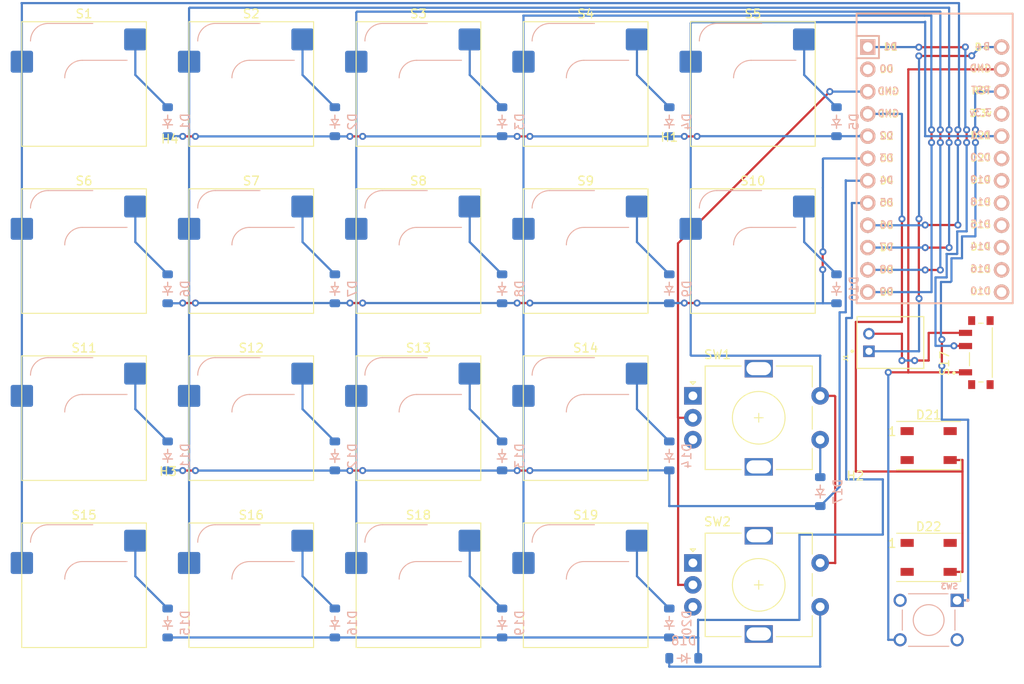
<source format=kicad_pcb>
(kicad_pcb (version 20221018) (generator pcbnew)
  (layers (0 "F.Cu" signal) (31 "B.Cu" signal) (34 "B.Paste" user) (35 "F.Paste" user) (36 "B.SilkS" user "B.Silkscreen") (37 "F.SilkS" user "F.Silkscreen") (38 "B.Mask" user) (39 "F.Mask" user) (44 "Edge.Cuts" user))
  (net 0 "")
  (net 1 "Row 0")
  (net 2 "Net-(D1-A)")
  (net 3 "Net-(D2-A)")
  (net 4 "Net-(D3-A)")
  (net 5 "Net-(D4-A)")
  (net 6 "Net-(D5-A)")
  (net 7 "Row 1")
  (net 8 "Net-(D6-A)")
  (net 9 "Net-(D7-A)")
  (net 10 "Net-(D8-A)")
  (net 11 "Net-(D9-A)")
  (net 12 "Net-(D10-A)")
  (net 13 "Row 2")
  (net 14 "Net-(D11-A)")
  (net 15 "Net-(D12-A)")
  (net 16 "Net-(D13-A)")
  (net 17 "Net-(D14-A)")
  (net 18 "Row 3")
  (net 19 "Net-(D15-A)")
  (net 20 "Net-(D16-A)")
  (net 21 "Net-(D17-A)")
  (net 22 "Net-(D18-A)")
  (net 23 "Net-(D19-A)")
  (net 24 "Net-(D20-A)")
  (net 25 "Net-(J1-Pad2)")
  (net 26 "Positive")
  (net 27 "Column 0")
  (net 28 "Column 1")
  (net 29 "Column 2")
  (net 30 "Column 3")
  (net 31 "Ground 1")
  (net 32 "Negative")
  (net 33 "Pin 2")
  (net 34 "Pin 1")
  (net 35 "Ground 2")
  (net 36 "Pin 4")
  (net 37 "Pin 3")
  (net 39 "Column 4")
  (net 41 "VCC")
  (net 42 "ExtraInformation")
  (net 43 "Ground 3")
  (net 44 "LED 1")
  (net 45 "LED 2")
  (net 46 "Reset")
  (footprint "ScottoKeebs_Hotswap:Hotswap_MX_1.00u" (layer "F.Cu") (at 68.82 46.37)
    (fp_text reference "S1")
    (fp_text value "Keyswitch")
  )
  (footprint "ScottoKeebs_Hotswap:Hotswap_MX_1.00u" (layer "F.Cu") (at 87.87 84.47)
    (fp_text reference "S12")
    (fp_text value "Keyswitch")
  )
  (footprint "ScottoKeebs_Components:LED_WS2812B" (layer "F.Cu") (at 165.045 100.345)
    (fp_text reference "D22")
    (fp_text value "LED_WS2812B")
  )
  (footprint "ScottoKeebs_Hotswap:Hotswap_MX_1.00u" (layer "F.Cu") (at 87.87 46.37)
    (fp_text reference "S2")
    (fp_text value "Keyswitch")
  )
  (footprint "ScottoKeebs_MCU:Nice_Nano_V2" (layer "F.Cu") (at 165.73 56.13)
    (fp_text reference "U1" hide)
    (fp_text value "Nice_Nano_V2" hide)
  )
  (footprint "ScottoKeebs_Hotswap:Hotswap_MX_1.00u" (layer "F.Cu") (at 145.02 46.37)
    (fp_text reference "S5")
    (fp_text value "Keyswitch")
  )
  (footprint "ScottoKeebs_Hotswap:Hotswap_MX_1.00u" (layer "F.Cu") (at 68.82 65.42)
    (fp_text reference "S6")
    (fp_text value "Keyswitch")
  )
  (footprint "ScottoKeebs_Components:LED_WS2812B" (layer "F.Cu") (at 165.045 87.595)
    (fp_text reference "D21")
    (fp_text value "LED_WS2812B")
  )
  (footprint "Rotary_Encoder:RotaryEncoder_Alps_EC11E-Switch_Vertical_H20mm" (layer "F.Cu") (at 138.185625 81.92625)
    (fp_text reference "SW1")
    (fp_text value "RotaryEncoder_Switch")
  )
  (footprint "ScottoKeebs_Hotswap:Hotswap_MX_1.00u" (layer "F.Cu") (at 106.92 103.52)
    (fp_text reference "S18")
    (fp_text value "Keyswitch")
  )
  (footprint "ScottoKeebs_Hotswap:Hotswap_MX_1.00u" (layer "F.Cu") (at 68.82 84.47)
    (fp_text reference "S11")
    (fp_text value "Keyswitch")
  )
  (footprint "ScottoKeebs_Hotswap:Hotswap_MX_1.00u" (layer "F.Cu") (at 87.87 65.42)
    (fp_text reference "S7")
    (fp_text value "Keyswitch")
  )
  (footprint "ScottoKeebs_Hotswap:Hotswap_MX_1.00u" (layer "F.Cu") (at 68.82 103.52)
    (fp_text reference "S15")
    (fp_text value "Keyswitch")
  )
  (footprint "ScottoKeebs_Hotswap:Hotswap_MX_1.00u" (layer "F.Cu") (at 87.87 103.52)
    (fp_text reference "S16")
    (fp_text value "Keyswitch")
  )
  (footprint "MountingHole:MountingHole_2.5mm" (layer "F.Cu") (at 78.395 94.045)
    (fp_text reference "H3")
    (fp_text value "Mounting_Hole")
  )
  (footprint "ScottoKeebs_Hotswap:Hotswap_MX_1.00u" (layer "F.Cu") (at 145.02 65.42)
    (fp_text reference "S10")
    (fp_text value "Keyswitch")
  )
  (footprint "ScottoKeebs_Hotswap:Hotswap_MX_1.00u" (layer "F.Cu") (at 106.92 46.37)
    (fp_text reference "S3")
    (fp_text value "Keyswitch")
  )
  (footprint "ScottoKeebs_Hotswap:Hotswap_MX_1.00u" (layer "F.Cu") (at 106.92 65.42)
    (fp_text reference "S8")
    (fp_text value "Keyswitch")
  )
  (footprint "Rotary_Encoder:RotaryEncoder_Alps_EC11E-Switch_Vertical_H20mm" (layer "F.Cu") (at 138.185625 100.97625)
    (fp_text reference "SW2")
    (fp_text value "RotaryEncoder_Switch")
  )
  (footprint "ScottoKeebs_Hotswap:Hotswap_MX_1.00u" (layer "F.Cu") (at 125.97 84.47)
    (fp_text reference "S14")
    (fp_text value "Keyswitch")
  )
  (footprint "ScottoKeebs_Hotswap:Hotswap_MX_1.00u" (layer "F.Cu") (at 106.92 84.47)
    (fp_text reference "S13")
    (fp_text value "Keyswitch")
  )
  (footprint "MountingHole:MountingHole_2.5mm" (layer "F.Cu") (at 135.495 55.945)
    (fp_text reference "H1")
    (fp_text value "Mounting_Hole")
  )
  (footprint "MountingHole:MountingHole_2.5mm" (layer "F.Cu") (at 156.695 94.545)
    (fp_text reference "H2")
    (fp_text value "Mounting_Hole")
  )
  (footprint "ScottoKeebs_Hotswap:Hotswap_MX_1.00u" (layer "F.Cu") (at 125.97 65.42)
    (fp_text reference "S9")
    (fp_text value "Keyswitch")
  )
  (footprint "S2B-PH-K-S_LF__SN_:JST_S2B-PH-K-S_LF__SN_" (layer "F.Cu") (at 158.23875 75.845 90)
    (fp_text reference "J1")
    (fp_text value "S2B-PH-K-S_LF__SN_")
  )
  (footprint "ScottoKeebs_Hotswap:Hotswap_MX_1.00u" (layer "F.Cu") (at 125.97 46.37)
    (fp_text reference "S4")
    (fp_text value "Keyswitch")
  )
  (footprint "EG1215AA:SW_EG1215AA" (layer "F.Cu") (at 170.995 76.995 90)
    (fp_text reference "S17")
    (fp_text value "EG1215AA")
  )
  (footprint "ScottoKeebs_Hotswap:Hotswap_MX_1.00u" (layer "F.Cu") (at 125.97 103.52)
    (fp_text reference "S19")
    (fp_text value "Keyswitch")
  )
  (footprint "MountingHole:MountingHole_2.5mm" (layer "F.Cu") (at 78.595 56.145)
    (fp_text reference "H4")
    (fp_text value "Mounting_Hole")
  )
  (footprint "ScottoKeebs_Components:Diode_SOD-123" (layer "B.Cu") (at 78.345 50.673125 90)
    (fp_text reference "D1")
    (fp_text value "Diode")
  )
  (footprint "ScottoKeebs_Components:Diode_SOD-123" (layer "B.Cu") (at 116.445 50.673125 90)
    (fp_text reference "D3")
    (fp_text value "Diode")
  )
  (footprint "ScottoKeebs_Components:Diode_SOD-123" (layer "B.Cu") (at 135.495 50.673125 90)
    (fp_text reference "D4")
    (fp_text value "Diode")
  )
  (footprint "ScottoKeebs_Components:Diode_SOD-123" (layer "B.Cu") (at 152.695 92.845 90)
    (fp_text reference "D17")
    (fp_text value "Diode")
  )
  (footprint "ScottoKeebs_Components:Diode_SOD-123" (layer "B.Cu") (at 154.545 50.673125 90)
    (fp_text reference "D5")
    (fp_text value "Diode")
  )
  (footprint "1825910-6:SW_1825910-6-4" (layer "B.Cu") (at 165.045 107.48875 180)
    (fp_text reference "SW3")
    (fp_text value "1825910-6")
  )
  (footprint "ScottoKeebs_Components:Diode_SOD-123" (layer "B.Cu") (at 97.395 88.773125 90)
    (fp_text reference "D12")
    (fp_text value "Diode")
  )
  (footprint "ScottoKeebs_Components:Diode_SOD-123" (layer "B.Cu") (at 116.445 69.723125 90)
    (fp_text reference "D8")
    (fp_text value "Diode")
  )
  (footprint "ScottoKeebs_Components:Diode_SOD-123" (layer "B.Cu") (at 78.345 88.773125 90)
    (fp_text reference "D11")
    (fp_text value "Diode")
  )
  (footprint "ScottoKeebs_Components:Diode_SOD-123" (layer "B.Cu") (at 135.495 88.773125 90)
    (fp_text reference "D14")
    (fp_text value "Diode")
  )
  (footprint "ScottoKeebs_Components:Diode_SOD-123" (layer "B.Cu") (at 97.395 50.673125 90)
    (fp_text reference "D2")
    (fp_text value "Diode")
  )
  (footprint "ScottoKeebs_Components:Diode_SOD-123" (layer "B.Cu") (at 135.495 107.823125 90)
    (fp_text reference "D20")
    (fp_text value "Diode")
  )
  (footprint "ScottoKeebs_Components:Diode_SOD-123" (layer "B.Cu") (at 116.445 107.823125 90)
    (fp_text reference "D19")
    (fp_text value "Diode")
  )
  (footprint "ScottoKeebs_Components:Diode_SOD-123" (layer "B.Cu") (at 137.145 111.845 180)
    (fp_text reference "D18")
    (fp_text value "Diode")
  )
  (footprint "ScottoKeebs_Components:Diode_SOD-123" (layer "B.Cu") (at 135.495 69.723125 90)
    (fp_text reference "D9")
    (fp_text value "Diode")
  )
  (footprint "ScottoKeebs_Components:Diode_SOD-123" (layer "B.Cu") (at 78.345 107.823125 90)
    (fp_text reference "D15")
    (fp_text value "Diode")
  )
  (footprint "ScottoKeebs_Components:Diode_SOD-123" (layer "B.Cu") (at 78.345 69.723125 90)
    (fp_text reference "D6")
    (fp_text value "Diode")
  )
  (footprint "ScottoKeebs_Components:Diode_SOD-123" (layer "B.Cu") (at 116.445 88.773125 90)
    (fp_text reference "D13")
    (fp_text value "Diode")
  )
  (footprint "ScottoKeebs_Components:Diode_SOD-123" (layer "B.Cu") (at 97.395 69.723125 90)
    (fp_text reference "D7")
    (fp_text value "Diode")
  )
  (footprint "ScottoKeebs_Components:Diode_SOD-123" (layer "B.Cu") (at 154.545 69.723125 90)
    (fp_text reference "D10")
    (fp_text value "Diode")
  )
  (footprint "ScottoKeebs_Components:Diode_SOD-123" (layer "B.Cu") (at 97.395 107.823125 90)
    (fp_text reference "D16")
    (fp_text value "Diode")
  )
  (segment (start 118.1605 52.345) (end 119.6095 52.345) (width 0.25) (layer "F.Cu") (net 1))
  (segment (start 99.1105 52.345) (end 100.5595 52.345) (width 0.25) (layer "F.Cu") (net 1))
  (segment (start 137.2105 52.345) (end 138.6595 52.345) (width 0.25) (layer "F.Cu") (net 1))
  (segment (start 80.0605 52.345) (end 81.5095 52.345) (width 0.25) (layer "F.Cu") (net 1))
  (via (at 81.5095 52.345) (size 0.8) (drill 0.4) (layers "F.Cu" "B.Cu") (net 1))
  (via (at 118.1605 52.345) (size 0.8) (drill 0.4) (layers "F.Cu" "B.Cu") (net 1))
  (via (at 99.1105 52.345) (size 0.8) (drill 0.4) (layers "F.Cu" "B.Cu") (net 1))
  (via (at 100.5595 52.345) (size 0.8) (drill 0.4) (layers "F.Cu" "B.Cu") (net 1))
  (via (at 119.6095 52.345) (size 0.8) (drill 0.4) (layers "F.Cu" "B.Cu") (net 1))
  (via (at 138.6595 52.345) (size 0.8) (drill 0.4) (layers "F.Cu" "B.Cu") (net 1))
  (via (at 137.2105 52.345) (size 0.8) (drill 0.4) (layers "F.Cu" "B.Cu") (net 1))
  (via (at 80.0605 52.345) (size 0.8) (drill 0.4) (layers "F.Cu" "B.Cu") (net 1))
  (segment (start 78.345 52.323125) (end 80.038625 52.323125) (width 0.25) (layer "B.Cu") (net 1))
  (segment (start 100.5595 52.345) (end 118.1605 52.345) (width 0.25) (layer "B.Cu") (net 1))
  (segment (start 154.545 52.323125) (end 158.106875 52.323125) (width 0.25) (layer "B.Cu") (net 1))
  (segment (start 81.5095 52.345) (end 99.1105 52.345) (width 0.25) (layer "B.Cu") (net 1))
  (segment (start 138.6595 52.345) (end 138.681375 52.323125) (width 0.25) (layer "B.Cu") (net 1))
  (segment (start 157.1775 52.323125) (end 157.415625 52.085) (width 0.25) (layer "B.Cu") (net 1))
  (segment (start 80.038625 52.323125) (end 80.0605 52.345) (width 0.25) (layer "B.Cu") (net 1))
  (segment (start 158.106875 52.323125) (end 158.11 52.32) (width 0.25) (layer "B.Cu") (net 1))
  (segment (start 138.681375 52.323125) (end 154.545 52.323125) (width 0.25) (layer "B.Cu") (net 1))
  (segment (start 119.6095 52.345) (end 137.2105 52.345) (width 0.25) (layer "B.Cu") (net 1))
  (segment (start 74.662 45.340125) (end 78.345 49.023125) (width 0.25) (layer "B.Cu") (net 2))
  (segment (start 74.662 41.29) (end 74.662 45.340125) (width 0.25) (layer "B.Cu") (net 2))
  (segment (start 93.712 41.29) (end 93.712 45.340125) (width 0.25) (layer "B.Cu") (net 3))
  (segment (start 93.712 45.340125) (end 97.395 49.023125) (width 0.25) (layer "B.Cu") (net 3))
  (segment (start 112.762 41.29) (end 112.762 45.340125) (width 0.25) (layer "B.Cu") (net 4))
  (segment (start 112.762 45.340125) (end 116.445 49.023125) (width 0.25) (layer "B.Cu") (net 4))
  (segment (start 131.812 45.340125) (end 135.495 49.023125) (width 0.25) (layer "B.Cu") (net 5))
  (segment (start 131.812 41.29) (end 131.812 45.340125) (width 0.25) (layer "B.Cu") (net 5))
  (segment (start 150.862 45.340125) (end 154.545 49.023125) (width 0.25) (layer "B.Cu") (net 6))
  (segment (start 150.862 41.29) (end 150.862 45.340125) (width 0.25) (layer "B.Cu") (net 6))
  (segment (start 152.973638 65.526361) (end 152.998236 65.501763) (width 0.25) (layer "F.Cu") (net 7))
  (segment (start 118.1605 71.345) (end 119.6095 71.345) (width 0.25) (layer "F.Cu") (net 7))
  (segment (start 99.1105 71.345) (end 100.5595 71.345) (width 0.25) (layer "F.Cu") (net 7))
  (segment (start 152.973638 67.526362) (end 152.973638 65.526361) (width 0.25) (layer "F.Cu") (net 7))
  (segment (start 80.0605 71.345) (end 81.5095 71.345) (width 0.25) (layer "F.Cu") (net 7))
  (segment (start 137.2105 71.345) (end 138.6595 71.345) (width 0.25) (layer "F.Cu") (net 7))
  (via (at 99.1105 71.345) (size 0.8) (drill 0.4) (layers "F.Cu" "B.Cu") (net 7))
  (via (at 152.998236 65.501763) (size 0.8) (drill 0.4) (layers "F.Cu" "B.Cu") (net 7))
  (via (at 81.5095 71.345) (size 0.8) (drill 0.4) (layers "F.Cu" "B.Cu") (net 7))
  (via (at 138.6595 71.345) (size 0.8) (drill 0.4) (layers "F.Cu" "B.Cu") (net 7))
  (via (at 80.0605 71.345) (size 0.8) (drill 0.4) (layers "F.Cu" "B.Cu") (net 7))
  (via (at 137.2105 71.345) (size 0.8) (drill 0.4) (layers "F.Cu" "B.Cu") (net 7))
  (via (at 152.973638 67.526362) (size 0.8) (drill 0.4) (layers "F.Cu" "B.Cu") (net 7))
  (via (at 119.6095 71.345) (size 0.8) (drill 0.4) (layers "F.Cu" "B.Cu") (net 7))
  (via (at 118.1605 71.345) (size 0.8) (drill 0.4) (layers "F.Cu" "B.Cu") (net 7))
  (via (at 100.5595 71.345) (size 0.8) (drill 0.4) (layers "F.Cu" "B.Cu") (net 7))
  (segment (start 153 71.373125) (end 154.545 71.373125) (width 0.25) (layer "B.Cu") (net 7))
  (segment (start 100.5595 71.345) (end 118.1605 71.345) (width 0.25) (layer "B.Cu") (net 7))
  (segment (start 153 67.552724) (end 152.973638 67.526362) (width 0.25) (layer "B.Cu") (net 7))
  (segment (start 153 71.373125) (end 153 67.552724) (width 0.25) (layer "B.Cu") (net 7))
  (segment (start 78.345 71.373125) (end 80.032375 71.373125) (width 0.25) (layer "B.Cu") (net 7))
  (segment (start 152.998236 58.201284) (end 153 58.19952) (width 0.25) (layer "B.Cu") (net 7))
  (segment (start 138.687625 71.373125) (end 153 71.373125) (width 0.25) (layer "B.Cu") (net 7))
  (segment (start 81.5095 71.345) (end 99.1105 71.345) (width 0.25) (layer "B.Cu") (net 7))
  (segment (start 152.998236 65.501763) (end 152.998236 58.201284) (width 0.25) (layer "B.Cu") (net 7))
  (segment (start 153 54.92) (end 153.06 54.86) (width 0.25) (layer "B.Cu") (net 7))
  (segment (start 138.6595 71.345) (end 138.687625 71.373125) (width 0.25) (layer "B.Cu") (net 7))
  (segment (start 153 58.19952) (end 153 54.92) (width 0.25) (layer "B.Cu") (net 7))
  (segment (start 80.032375 71.373125) (end 80.0605 71.345) (width 0.25) (layer "B.Cu") (net 7))
  (segment (start 119.6095 71.345) (end 137.2105 71.345) (width 0.25) (layer "B.Cu") (net 7))
  (segment (start 153.06 54.86) (end 158.11 54.86) (width 0.25) (layer "B.Cu") (net 7))
  (segment (start 74.662 64.390125) (end 78.345 68.073125) (width 0.25) (layer "B.Cu") (net 8))
  (segment (start 74.662 60.34) (end 74.662 64.390125) (width 0.25) (layer "B.Cu") (net 8))
  (segment (start 93.712 60.34) (end 93.712 64.390125) (width 0.25) (layer "B.Cu") (net 9))
  (segment (start 93.712 64.390125) (end 97.395 68.073125) (width 0.25) (layer "B.Cu") (net 9))
  (segment (start 112.762 64.390125) (end 116.445 68.073125) (width 0.25) (layer "B.Cu") (net 10))
  (segment (start 112.762 60.34) (end 112.762 64.390125) (width 0.25) (layer "B.Cu") (net 10))
  (segment (start 131.812 60.34) (end 131.812 64.390125) (width 0.25) (layer "B.Cu") (net 11))
  (segment (start 131.812 64.390125) (end 135.495 68.073125) (width 0.25) (layer "B.Cu") (net 11))
  (segment (start 150.862 60.34) (end 150.862 64.390125) (width 0.25) (layer "B.Cu") (net 12))
  (segment (start 150.862 64.390125) (end 154.545 68.073125) (width 0.25) (layer "B.Cu") (net 12))
  (segment (start 118.1605 90.445) (end 119.6095 90.445) (width 0.25) (layer "F.Cu") (net 13))
  (segment (start 80.0605 90.445) (end 81.5095 90.445) (width 0.25) (layer "F.Cu") (net 13))
  (segment (start 99.1105 90.445) (end 100.5595 90.445) (width 0.25) (layer "F.Cu") (net 13))
  (via (at 100.5595 90.445) (size 0.8) (drill 0.4) (layers "F.Cu" "B.Cu") (net 13))
  (via (at 118.1605 90.445) (size 0.8) (drill 0.4) (layers "F.Cu" "B.Cu") (net 13))
  (via (at 99.1105 90.445) (size 0.8) (drill 0.4) (layers "F.Cu" "B.Cu") (net 13))
  (via (at 119.6095 90.445) (size 0.8) (drill 0.4) (layers "F.Cu" "B.Cu") (net 13))
  (via (at 81.5095 90.445) (size 0.8) (drill 0.4) (layers "F.Cu" "B.Cu") (net 13))
  (via (at 80.0605 90.445) (size 0.8) (drill 0.4) (layers "F.Cu" "B.Cu") (net 13))
  (segment (start 119.631375 90.423125) (end 135.495 90.423125) (width 0.25) (layer "B.Cu") (net 13))
  (segment (start 152.695 94.495) (end 154.89 92.3) (width 0.25) (layer "B.Cu") (net 13))
  (segment (start 154.89 92.3) (end 154.9 92.3) (width 0.25) (layer "B.Cu") (net 13))
  (segment (start 155.6 57.35) (end 155.65 57.4) (width 0.25) (layer "B.Cu") (net 13))
  (segment (start 155.6 72.4) (end 155.6 57.35) (width 0.25) (layer "B.Cu") (net 13))
  (segment (start 135.505 94.495) (end 135.5 94.5) (width 0.25) (layer "B.Cu") (net 13))
  (segment (start 78.345 90.423125) (end 80.038625 90.423125) (width 0.25) (layer "B.Cu") (net 13))
  (segment (start 154.9 92.3) (end 154.9 72.4) (width 0.25) (layer "B.Cu") (net 13))
  (segment (start 155.65 57.4) (end 158.11 57.4) (width 0.25) (layer "B.Cu") (net 13))
  (segment (start 152.695 94.495) (end 135.505 94.495) (width 0.25) (layer "B.Cu") (net 13))
  (segment (start 80.038625 90.423125) (end 80.0605 90.445) (width 0.25) (layer "B.Cu") (net 13))
  (segment (start 81.5095 90.445) (end 99.1105 90.445) (width 0.25) (layer "B.Cu") (net 13))
  (segment (start 135.5 94.5) (end 135.495 94.495) (width 0.25) (layer "B.Cu") (net 13))
  (segment (start 135.495 94.495) (end 135.495 90.423125) (width 0.25) (layer "B.Cu") (net 13))
  (segment (start 100.5595 90.445) (end 118.1605 90.445) (width 0.25) (layer "B.Cu") (net 13))
  (segment (start 154.9 72.4) (end 155.6 72.4) (width 0.25) (layer "B.Cu") (net 13))
  (segment (start 119.6095 90.445) (end 119.631375 90.423125) (width 0.25) (layer "B.Cu") (net 13))
  (segment (start 74.662 83.440125) (end 78.345 87.123125) (width 0.25) (layer "B.Cu") (net 14))
  (segment (start 74.662 79.39) (end 74.662 83.440125) (width 0.25) (layer "B.Cu") (net 14))
  (segment (start 93.712 83.440125) (end 97.395 87.123125) (width 0.25) (layer "B.Cu") (net 15))
  (segment (start 93.712 79.39) (end 93.712 83.440125) (width 0.25) (layer "B.Cu") (net 15))
  (segment (start 112.762 79.39) (end 112.762 83.440125) (width 0.25) (layer "B.Cu") (net 16))
  (segment (start 112.762 83.440125) (end 116.445 87.123125) (width 0.25) (layer "B.Cu") (net 16))
  (segment (start 131.812 83.440125) (end 135.495 87.123125) (width 0.25) (layer "B.Cu") (net 17))
  (segment (start 131.812 79.39) (end 131.812 83.440125) (width 0.25) (layer "B.Cu") (net 17))
  (segment (start 150.325 97.75) (end 150.325 107.45) (width 0.25) (layer "B.Cu") (net 18))
  (segment (start 135.495 109.473125) (end 138.773125 109.473125) (width 0.25) (layer "B.Cu") (net 18))
  (segment (start 138.775 109.47125) (end 138.773125 109.473125) (width 0.25) (layer "B.Cu") (net 18))
  (segment (start 138.773125 109.473125) (end 138.8 109.5) (width 0.25) (layer "B.Cu") (net 18))
  (segment (start 138.8 109.5) (end 138.795 109.505) (width 0.25) (layer "B.Cu") (net 18))
  (segment (start 150.3 107.475) (end 138.8 107.475) (width 0.25) (layer "B.Cu") (net 18))
  (segment (start 155.65 73.05) (end 155.65 91.45) (width 0.25) (layer "B.Cu") (net 18))
  (segment (start 156.31 59.94) (end 156.3 59.95) (width 0.25) (layer "B.Cu") (net 18))
  (segment (start 78.345 109.473125) (end 135.495 109.473125) (width 0.25) (layer "B.Cu") (net 18))
  (segment (start 159.825 97.75) (end 150.325 97.75) (width 0.25) (layer "B.Cu") (net 18))
  (segment (start 158.11 59.94) (end 156.31 59.94) (width 0.25) (layer "B.Cu") (net 18))
  (segment (start 138.8 107.475) (end 138.775 107.45) (width 0.25) (layer "B.Cu") (net 18))
  (segment (start 156.3 59.95) (end 156.3 73.05) (width 0.25) (layer "B.Cu") (net 18))
  (segment (start 159.825 91.45) (end 159.825 97.75) (width 0.25) (layer "B.Cu") (net 18))
  (segment (start 156.3 73.05) (end 155.65 73.05) (width 0.25) (layer "B.Cu") (net 18))
  (segment (start 150.325 107.45) (end 150.3 107.475) (width 0.25) (layer "B.Cu") (net 18))
  (segment (start 155.65 91.45) (end 159.825 91.45) (width 0.25) (layer "B.Cu") (net 18))
  (segment (start 138.795 109.505) (end 138.795 111.845) (width 0.25) (layer "B.Cu") (net 18))
  (segment (start 138.775 107.45) (end 138.775 109.47125) (width 0.25) (layer "B.Cu") (net 18))
  (segment (start 74.662 98.44) (end 74.662 102.490125) (width 0.25) (layer "B.Cu") (net 19))
  (segment (start 74.662 102.490125) (end 78.345 106.173125) (width 0.25) (layer "B.Cu") (net 19))
  (segment (start 93.712 102.490125) (end 97.395 106.173125) (width 0.25) (layer "B.Cu") (net 20))
  (segment (start 93.712 98.44) (end 93.712 102.490125) (width 0.25) (layer "B.Cu") (net 20))
  (segment (start 152.695 86.935625) (end 152.685625 86.92625) (width 0.25) (layer "B.Cu") (net 21))
  (segment (start 152.695 91.195) (end 152.695 86.935625) (width 0.25) (layer "B.Cu") (net 21))
  (segment (start 135.5 112.8) (end 152.7 112.8) (width 0.25) (layer "B.Cu") (net 22))
  (segment (start 152.685625 112.785625) (end 152.685625 105.97625) (width 0.25) (layer "B.Cu") (net 22))
  (segment (start 152.7 112.8) (end 152.685625 112.785625) (width 0.25) (layer "B.Cu") (net 22))
  (segment (start 135.495 112.795) (end 135.5 112.8) (width 0.25) (layer "B.Cu") (net 22))
  (segment (start 135.495 111.845) (end 135.495 112.795) (width 0.25) (layer "B.Cu") (net 22))
  (segment (start 112.762 98.44) (end 112.762 102.490125) (width 0.25) (layer "B.Cu") (net 23))
  (segment (start 112.762 102.490125) (end 116.445 106.173125) (width 0.25) (layer "B.Cu") (net 23))
  (segment (start 131.812 102.490125) (end 135.495 106.173125) (width 0.25) (layer "B.Cu") (net 24))
  (segment (start 131.812 98.44) (end 131.812 102.490125) (width 0.25) (layer "B.Cu") (net 24))
  (segment (start 162.0005 77.9) (end 162.0005 74.8505) (width 0.25) (layer "F.Cu") (net 25))
  (segment (start 161.995 74.845) (end 158.23875 74.845) (width 0.25) (layer "F.Cu") (net 25))
  (segment (start 169.245 74.745) (end 165.055 74.745) (width 0.25) (layer "F.Cu") (net 25))
  (segment (start 162.0005 74.8505) (end 161.995 74.845) (width 0.25) (layer "F.Cu") (net 25))
  (segment (start 165.055 74.745) (end 165.05 74.75) (width 0.25) (layer "F.Cu") (net 25))
  (segment (start 165.05 77.9) (end 163.4495 77.9) (width 0.25) (layer "F.Cu") (net 25))
  (segment (start 165.05 74.75) (end 165.05 77.9) (width 0.25) (layer "F.Cu") (net 25))
  (via (at 162.0005 77.9) (size 0.8) (drill 0.4) (layers "F.Cu" "B.Cu") (net 25))
  (via (at 163.4495 77.9) (size 0.8) (drill 0.4) (layers "F.Cu" "B.Cu") (net 25))
  (segment (start 163.4495 77.9) (end 162.0005 77.9) (width 0.25) (layer "B.Cu") (net 25))
  (segment (start 163.943936 62.131259) (end 163.9255 62.149695) (width 0.25) (layer "F.Cu") (net 26))
  (segment (start 163.9255 70.8) (end 163.95 70.8245) (width 0.25) (layer "F.Cu") (net 26))
  (segment (start 163.9255 62.149695) (end 163.9255 70.8) (width 0.25) (layer "F.Cu") (net 26))
  (segment (start 169.949 43.15) (end 169.924 43.175) (width 0.25) (layer "F.Cu") (net 26))
  (segment (start 163.943936 61.743054) (end 163.943936 62.131259) (width 0.25) (layer "F.Cu") (net 26))
  (segment (start 169.924 43.175) (end 163.925997 43.175) (width 0.25) (layer "F.Cu") (net 26))
  (segment (start 163.925997 43.175) (end 163.9255 43.174503) (width 0.25) (layer "F.Cu") (net 26))
  (via (at 163.95 70.8245) (size 0.8) (drill 0.4) (layers "F.Cu" "B.Cu") (net 26))
  (via (at 169.949 43.15) (size 0.8) (drill 0.4) (layers "F.Cu" "B.Cu") (net 26))
  (via (at 163.943936 61.743054) (size 0.8) (drill 0.4) (layers "F.Cu" "B.Cu") (net 26))
  (via (at 163.9255 43.174503) (size 0.8) (drill 0.4) (layers "F.Cu" "B.Cu") (net 26))
  (segment (start 163.95 76.85) (end 163.945 76.845) (width 0.25) (layer "B.Cu") (net 26))
  (segment (start 163.945 76.845) (end 158.23875 76.845) (width 0.25) (layer "B.Cu") (net 26))
  (segment (start 169.949 43.15) (end 170.939 42.16) (width 0.25) (layer "B.Cu") (net 26))
  (segment (start 170.939 42.16) (end 173.35 42.16) (width 0.25) (layer "B.Cu") (net 26))
  (segment (start 163.943936 61.743054) (end 163.95 61.73699) (width 0.25) (layer "B.Cu") (net 26))
  (segment (start 163.95 61.73699) (end 163.95 43.199003) (width 0.25) (layer "B.Cu") (net 26))
  (segment (start 163.95 70.8245) (end 163.95 76.85) (width 0.25) (layer "B.Cu") (net 26))
  (segment (start 168.373009 51.5955) (end 168.373009 53.044) (width 0.25) (layer "F.Cu") (net 27))
  (segment (start 168.375 62.45) (end 164.6505 62.45) (width 0.25) (layer "F.Cu") (net 27))
  (segment (start 168.373009 53.044) (end 168.373509 53.0445) (width 0.25) (layer "F.Cu") (net 27))
  (via (at 168.373509 53.0445) (size 0.8) (drill 0.4) (layers "F.Cu" "B.Cu") (net 27))
  (via (at 168.375 62.45) (size 0.8) (drill 0.4) (layers "F.Cu" "B.Cu") (net 27))
  (via (at 164.6505 62.45) (size 0.8) (drill 0.4) (layers "F.Cu" "B.Cu") (net 27))
  (via (at 168.373009 51.5955) (size 0.8) (drill 0.4) (layers "F.Cu" "B.Cu") (net 27))
  (segment (start 164.6205 62.48) (end 158.11 62.48) (width 0.25) (layer "B.Cu") (net 27))
  (segment (start 61.735 43.83) (end 61.735 37.185) (width 0.25) (layer "B.Cu") (net 27))
  (segment (start 164.6505 62.45) (end 164.6205 62.48) (width 0.25) (layer "B.Cu") (net 27))
  (segment (start 61.7 37.15) (end 168.5 37.15) (width 0.25) (layer "B.Cu") (net 27))
  (segment (start 61.735 43.83) (end 61.735 100.98) (width 0.25) (layer "B.Cu") (net 27))
  (segment (start 168.5 37.15) (end 168.5 51.468509) (width 0.25) (layer "B.Cu") (net 27))
  (segment (start 61.735 37.185) (end 61.7 37.15) (width 0.25) (layer "B.Cu") (net 27))
  (segment (start 168.5 51.468509) (end 168.373009 51.5955) (width 0.25) (layer "B.Cu") (net 27))
  (segment (start 168.373509 62.448509) (end 168.375 62.45) (width 0.25) (layer "B.Cu") (net 27))
  (segment (start 168.373509 53.0445) (end 168.373509 62.448509) (width 0.25) (layer "B.Cu") (net 27))
  (segment (start 167.373506 51.5955) (end 167.373506 53.044) (width 0.25) (layer "F.Cu") (net 28))
  (segment (start 167.375 65.025) (end 164.6505 65.025) (width 0.25) (layer "F.Cu") (net 28))
  (segment (start 167.373506 53.044) (end 167.374006 53.0445) (width 0.25) (layer "F.Cu") (net 28))
  (via (at 164.6505 65.025) (size 0.8) (drill 0.4) (layers "F.Cu" "B.Cu") (net 28))
  (via (at 167.373506 51.5955) (size 0.8) (drill 0.4) (layers "F.Cu" "B.Cu") (net 28))
  (via (at 167.375 65.025) (size 0.8) (drill 0.4) (layers "F.Cu" "B.Cu") (net 28))
  (via (at 167.374006 53.0445) (size 0.8) (drill 0.4) (layers "F.Cu" "B.Cu") (net 28))
  (segment (start 80.785 43.83) (end 80.785 100.98) (width 0.25) (layer "B.Cu") (net 28))
  (segment (start 167.374006 65.024006) (end 167.375 65.025) (width 0.25) (layer "B.Cu") (net 28))
  (segment (start 80.85 37.675) (end 167.375 37.675) (width 0.25) (layer "B.Cu") (net 28))
  (segment (start 80.785 43.83) (end 80.785 37.74) (width 0.25) (layer "B.Cu") (net 28))
  (segment (start 164.6455 65.02) (end 158.11 65.02) (width 0.25) (layer "B.Cu") (net 28))
  (segment (start 164.6505 65.025) (end 164.6455 65.02) (width 0.25) (layer "B.Cu") (net 28))
  (segment (start 167.375 51.594006) (end 167.373506 51.5955) (width 0.25) (layer "B.Cu") (net 28))
  (segment (start 167.375 37.675) (end 167.375 51.594006) (width 0.25) (layer "B.Cu") (net 28))
  (segment (start 80.785 37.74) (end 80.85 37.675) (width 0.25) (layer "B.Cu") (net 28))
  (segment (start 167.374006 53.0445) (end 167.374006 65.024006) (width 0.25) (layer "B.Cu") (net 28))
  (segment (start 166.375 67.575) (end 166.36 67.56) (width 0.25) (layer "F.Cu") (net 29))
  (segment (start 166.374003 51.5955) (end 166.374003 53.044) (width 0.25) (layer "F.Cu") (net 29))
  (segment (start 166.374003 53.044) (end 166.374503 53.0445) (width 0.25) (layer "F.Cu") (net 29))
  (segment (start 166.375 67.575) (end 164.6505 67.575) (width 0.25) (layer "F.Cu") (net 29))
  (via (at 164.6505 67.575) (size 0.8) (drill 0.4) (layers "F.Cu" "B.Cu") (net 29))
  (via (at 166.374003 51.5955) (size 0.8) (drill 0.4) (layers "F.Cu" "B.Cu") (net 29))
  (via (at 166.374503 53.0445) (size 0.8) (drill 0.4) (layers "F.Cu" "B.Cu") (net 29))
  (via (at 166.375 67.575) (size 0.8) (drill 0.4) (layers "F.Cu" "B.Cu") (net 29))
  (segment (start 166.374503 53.0445) (end 166.374503 67.574503) (width 0.25) (layer "B.Cu") (net 29))
  (segment (start 99.835 43.83) (end 99.835 100.98) (width 0.25) (layer "B.Cu") (net 29))
  (segment (start 164.6355 67.56) (end 158.11 67.56) (width 0.25) (layer "B.Cu") (net 29))
  (segment (start 166.375 51.594503) (end 166.374003 51.5955) (width 0.25) (layer "B.Cu") (net 29))
  (segment (start 99.925 38.125) (end 166.35 38.125) (width 0.25) (layer "B.Cu") (net 29))
  (segment (start 99.835 43.83) (end 99.835 38.215) (width 0.25) (layer "B.Cu") (net 29))
  (segment (start 166.375 38.15) (end 166.375 51.594503) (width 0.25) (layer "B.Cu") (net 29))
  (segment (start 164.6505 67.575) (end 164.6355 67.56) (width 0.25) (layer "B.Cu") (net 29))
  (segment (start 99.835 38.215) (end 99.925 38.125) (width 0.25) (layer "B.Cu") (net 29))
  (segment (start 166.374503 67.574503) (end 166.375 67.575) (width 0.25) (layer "B.Cu") (net 29))
  (segment (start 166.35 38.125) (end 166.375 38.15) (width 0.25) (layer "B.Cu") (net 29))
  (segment (start 165.3745 51.5955) (end 165.3745 53.044) (width 0.25) (layer "F.Cu") (net 30))
  (segment (start 165.3745 53.044) (end 165.375 53.0445) (width 0.25) (layer "F.Cu") (net 30))
  (via (at 165.3745 51.5955) (size 0.8) (drill 0.4) (layers "F.Cu" "B.Cu") (net 30))
  (via (at 165.375 53.0445) (size 0.8) (drill 0.4) (layers "F.Cu" "B.Cu") (net 30))
  (segment (start 118.885 43.83) (end 118.885 100.98) (width 0.25) (layer "B.Cu") (net 30))
  (segment (start 118.875 38.575) (end 164.586396 38.575) (width 0.25) (layer "B.Cu") (net 30))
  (segment (start 165.35 38.575) (end 165.35 51.571) (width 0.25) (layer "B.Cu") (net 30))
  (segment (start 118.885 38.585) (end 118.875 38.575) (width 0.25) (layer "B.Cu") (net 30))
  (segment (start 165.375 70.1) (end 158.11 70.1) (width 0.25) (layer "B.Cu") (net 30))
  (segment (start 118.885 43.83) (end 118.885 38.585) (width 0.25) (layer "B.Cu") (net 30))
  (segment (start 164.586396 38.575) (end 165.35 38.575) (width 0.25) (layer "B.Cu") (net 30))
  (segment (start 165.375 53.0445) (end 165.375 70.1) (width 0.25) (layer "B.Cu") (net 30))
  (segment (start 165.35 51.571) (end 165.3745 51.5955) (width 0.25) (layer "B.Cu") (net 30))
  (segment (start 162.725 79.225) (end 162.725 44.7) (width 0.25) (layer "F.Cu") (net 31))
  (segment (start 162.745 79.245) (end 162.725 79.225) (width 0.25) (layer "F.Cu") (net 31))
  (segment (start 169.245 79.245) (end 162.745 79.245) (width 0.25) (layer "F.Cu") (net 31))
  (segment (start 162.705 79.245) (end 162.725 79.225) (width 0.25) (layer "F.Cu") (net 31))
  (segment (start 162.725 44.7) (end 173.35 44.7) (width 0.25) (layer "F.Cu") (net 31))
  (segment (start 160.445 79.245) (end 162.705 79.245) (width 0.25) (layer "F.Cu") (net 31))
  (via (at 160.445 79.245) (size 0.8) (drill 0.4) (layers "F.Cu" "B.Cu") (net 31))
  (segment (start 161.795 109.73875) (end 160.45125 109.73875) (width 0.25) (layer "B.Cu") (net 31))
  (segment (start 160.445 109.745) (end 160.445 79.245) (width 0.25) (layer "B.Cu") (net 31))
  (segment (start 160.45125 109.73875) (end 160.445 109.745) (width 0.25) (layer "B.Cu") (net 31))
  (segment (start 169.225 76.225) (end 169.245 76.245) (width 0.25) (layer "F.Cu") (net 32))
  (segment (start 169.1995 42.175) (end 169.2245 42.15) (width 0.25) (layer "F.Cu") (net 32))
  (segment (start 169.372157 53.043645) (end 169.373012 53.0445) (width 0.25) (layer "F.Cu") (net 32))
  (segment (start 163.9255 42.175) (end 169.1995 42.175) (width 0.25) (layer "F.Cu") (net 32))
  (segment (start 169.372157 51.5955) (end 169.372157 53.043645) (width 0.25) (layer "F.Cu") (net 32))
  (segment (start 167.925 76.225) (end 169.225 76.225) (width 0.25) (layer "F.Cu") (net 32))
  (via (at 163.9255 42.175) (size 0.8) (drill 0.4) (layers "F.Cu" "B.Cu") (net 32))
  (via (at 167.925 76.225) (size 0.8) (drill 0.4) (layers "F.Cu" "B.Cu") (net 32))
  (via (at 169.2245 42.15) (size 0.8) (drill 0.4) (layers "F.Cu" "B.Cu") (net 32))
  (via (at 169.373012 53.0445) (size 0.8) (drill 0.4) (layers "F.Cu" "B.Cu") (net 32))
  (via (at 169.372157 51.5955) (size 0.8) (drill 0.4) (layers "F.Cu" "B.Cu") (net 32))
  (segment (start 165.825 76.225) (end 165.825 68.425) (width 0.25) (layer "B.Cu") (net 32))
  (segment (start 168.3 65.725) (end 168.3 63.175) (width 0.25) (layer "B.Cu") (net 32))
  (segment (start 169.373012 63.173012) (end 169.373012 53.0445) (width 0.25) (layer "B.Cu") (net 32))
  (segment (start 169.2245 42.15) (end 169.2245 51.447843) (width 0.25) (layer "B.Cu") (net 32))
  (segment (start 169.2245 51.447843) (end 169.372157 51.5955) (width 0.25) (layer "B.Cu") (net 32))
  (segment (start 158.11 42.16) (end 163.9105 42.16) (width 0.25) (layer "B.Cu") (net 32))
  (segment (start 167.1 68.425) (end 167.1 65.775) (width 0.25) (layer "B.Cu") (net 32))
  (segment (start 169.375 63.175) (end 169.373012 63.173012) (width 0.25) (layer "B.Cu") (net 32))
  (segment (start 167.1 65.775) (end 167.075 65.75) (width 0.25) (layer "B.Cu") (net 32))
  (segment (start 168.275 65.75) (end 168.3 65.725) (width 0.25) (layer "B.Cu") (net 32))
  (segment (start 168.3 63.175) (end 169.375 63.175) (width 0.25) (layer "B.Cu") (net 32))
  (segment (start 167.075 65.75) (end 168.275 65.75) (width 0.25) (layer "B.Cu") (net 32))
  (segment (start 165.825 68.425) (end 167.1 68.425) (width 0.25) (layer "B.Cu") (net 32))
  (segment (start 167.925 76.225) (end 165.825 76.225) (width 0.25) (layer "B.Cu") (net 32))
  (segment (start 163.9105 42.16) (end 163.9255 42.175) (width 0.25) (layer "B.Cu") (net 32))
  (segment (start 136.50125 103.47625) (end 138.185625 103.47625) (width 0.25) (layer "F.Cu") (net 35))
  (segment (start 136.50125 84.42625) (end 138.185625 84.42625) (width 0.25) (layer "F.Cu") (net 35))
  (segment (start 153.785737 47.239263) (end 136.4855 64.5395) (width 0.25) (layer "F.Cu") (net 35))
  (segment (start 136.50125 103.47375) (end 136.5 103.475) (width 0.25) (layer "F.Cu") (net 35))
  (segment (start 136.5 103.475) (end 136.50125 103.47625) (width 0.25) (layer "F.Cu") (net 35))
  (segment (start 136.4855 84.4105) (end 136.50125 84.42625) (width 0.25) (layer "F.Cu") (net 35))
  (segment (start 136.50125 84.42625) (end 136.50125 103.47375) (width 0.25) (layer "F.Cu") (net 35))
  (segment (start 136.4855 64.5395) (end 136.4855 84.4105) (width 0.25) (layer "F.Cu") (net 35))
  (via (at 153.785737 47.239263) (size 0.8) (drill 0.4) (layers "F.Cu" "B.Cu") (net 35))
  (segment (start 158.11 47.24) (end 153.786474 47.24) (width 0.25) (layer "B.Cu") (net 35))
  (segment (start 153.786474 47.24) (end 153.785737 47.239263) (width 0.25) (layer "B.Cu") (net 35))
  (segment (start 152.685625 81.92625) (end 154.32625 81.92625) (width 0.25) (layer "F.Cu") (net 39))
  (segment (start 154.4 82) (end 154.4 101) (width 0.25) (layer "F.Cu") (net 39))
  (segment (start 154.32625 81.92625) (end 154.4 82) (width 0.25) (layer "F.Cu") (net 39))
  (segment (start 154.4 101) (end 154.37625 100.97625) (width 0.25) (layer "F.Cu") (net 39))
  (segment (start 154.37625 100.97625) (end 152.685625 100.97625) (width 0.25) (layer "F.Cu") (net 39))
  (segment (start 137.995 77.345) (end 152.695 77.345) (width 0.25) (layer "B.Cu") (net 39))
  (segment (start 137.935 62.88) (end 137.935 77.285) (width 0.25) (layer "B.Cu") (net 39))
  (segment (start 137.935 77.285) (end 137.995 77.345) (width 0.25) (layer "B.Cu") (net 39))
  (segment (start 164.65 52.3) (end 164.63 52.32) (width 0.25) (layer "B.Cu") (net 39))
  (segment (start 138.05 39.325) (end 164.6 39.325) (width 0.25) (layer "B.Cu") (net 39))
  (segment (start 137.935 39.44) (end 138.05 39.325) (width 0.25) (layer "B.Cu") (net 39))
  (segment (start 164.63 52.32) (end 173.35 52.32) (width 0.25) (layer "B.Cu") (net 39))
  (segment (start 152.695 77.345) (end 152.685625 77.354375) (width 0.25) (layer "B.Cu") (net 39))
  (segment (start 152.685625 77.354375) (end 152.685625 81.92625) (width 0.25) (layer "B.Cu") (net 39))
  (segment (start 164.6 39.325) (end 164.65 39.275) (width 0.25) (layer "B.Cu") (net 39))
  (segment (start 137.935 43.83) (end 137.935 62.88) (width 0.25) (layer "B.Cu") (net 39))
  (segment (start 164.65 39.275) (end 164.65 52.3) (width 0.25) (layer "B.Cu") (net 39))
  (segment (start 137.935 43.83) (end 137.935 39.44) (width 0.25) (layer "B.Cu") (net 39))
  (segment (start 168.9 90.55) (end 168.9 102) (width 0.25) (layer "F.Cu") (net 43))
  (segment (start 168.895 89.245) (end 167.495 89.245) (width 0.25) (layer "F.Cu") (net 43))
  (segment (start 168.9 90.55) (end 168.9 89.25) (width 0.25) (layer "F.Cu") (net 43))
  (segment (start 156.75 90.55) (end 168.9 90.55) (width 0.25) (layer "F.Cu") (net 43))
  (segment (start 168.9 102) (end 168.895 101.995) (width 0.25) (layer "F.Cu") (net 43))
  (segment (start 162 73.5) (end 156.75 73.5) (width 0.25) (layer "F.Cu") (net 43))
  (segment (start 168.895 101.995) (end 167.495 101.995) (width 0.25) (layer "F.Cu") (net 43))
  (segment (start 162 61.7555) (end 162 73.5) (width 0.25) (layer "F.Cu") (net 43))
  (segment (start 156.75 73.5) (end 156.75 90.55) (width 0.25) (layer "F.Cu") (net 43))
  (segment (start 168.9 89.25) (end 168.895 89.245) (width 0.25) (layer "F.Cu") (net 43))
  (via (at 162 61.7555) (size 0.8) (drill 0.4) (layers "F.Cu" "B.Cu") (net 43))
  (segment (start 162 49.8) (end 162 61.7555) (width 0.25) (layer "B.Cu") (net 43))
  (segment (start 161.98 49.78) (end 162 49.8) (width 0.25) (layer "B.Cu") (net 43))
  (segment (start 158.11 49.78) (end 161.98 49.78) (width 0.25) (layer "B.Cu") (net 43))
  (segment (start 170.37166 51.5955) (end 170.37166 53.043645) (width 0.25) (layer "F.Cu") (net 46))
  (segment (start 170.37166 53.043645) (end 170.372515 53.0445) (width 0.25) (layer "F.Cu") (net 46))
  (segment (start 166.5495 75.5005) (end 166.5495 78.516) (width 0.25) (layer "F.Cu") (net 46))
  (segment (start 166.5495 78.516) (end 166.545 78.5205) (width 0.25) (layer "F.Cu") (net 46))
  (via (at 166.5495 75.5005) (size 0.8) (drill 0.4) (layers "F.Cu" "B.Cu") (net 46))
  (via (at 166.545 78.5205) (size 0.8) (drill 0.4) (layers "F.Cu" "B.Cu") (net 46))
  (via (at 170.37166 51.5955) (size 0.8) (drill 0.4) (layers "F.Cu" "B.Cu") (net 46))
  (via (at 170.372515 53.0445) (size 0.8) (drill 0.4) (layers "F.Cu" "B.Cu") (net 46))
  (segment (start 168.845 63.745) (end 168.845 66.245) (width 0.25) (layer "B.Cu") (net 46))
  (segment (start 169.545 105.245) (end 169.53875 105.23875) (width 0.25) (layer "B.Cu") (net 46))
  (segment (start 170.35 47.24) (end 170.345 47.245) (width 0.25) (layer "B.Cu") (net 46))
  (segment (start 170.345 63.745) (end 168.845 63.745) (width 0.25) (layer "B.Cu") (net 46))
  (segment (start 166.545 78.5205) (end 166.545 84.645) (width 0.25) (layer "B.Cu") (net 46))
  (segment (start 169.53875 105.23875) (end 168.295 105.23875) (width 0.25) (layer "B.Cu") (net 46))
  (segment (start 167.545 68.945) (end 166.445 68.945) (width 0.25) (layer "B.Cu") (net 46))
  (segment (start 169.545 84.645) (end 169.545 105.245) (width 0.25) (layer "B.Cu") (net 46))
  (segment (start 170.345 47.245) (end 170.345 51.56884) (width 0.25) (layer "B.Cu") (net 46))
  (segment (start 168.845 66.245) (end 167.645 66.245) (width 0.25) (layer "B.Cu") (net 46))
  (segment (start 166.545 84.645) (end 169.545 84.645) (width 0.25) (layer "B.Cu") (net 46))
  (segment (start 170.372515 63.717485) (end 170.345 63.745) (width 0.25) (layer "B.Cu") (net 46))
  (segment (start 167.645 68.845) (end 167.545 68.945) (width 0.25) (layer "B.Cu") (net 46))
  (segment (start 166.445 68.945) (end 166.445 75.396) (width 0.25) (layer "B.Cu") (net 46))
  (segment (start 167.645 66.245) (end 167.645 68.845) (width 0.25) (layer "B.Cu") (net 46))
  (segment (start 170.372515 53.0445) (end 170.372515 63.717485) (width 0.25) (layer "B.Cu") (net 46))
  (segment (start 173.35 47.24) (end 170.35 47.24) (width 0.25) (layer "B.Cu") (net 46))
  (segment (start 166.445 75.396) (end 166.5495 75.5005) (width 0.25) (layer "B.Cu") (net 46))
  (segment (start 170.345 51.56884) (end 170.37166 51.5955) (width 0.25) (layer "B.Cu") (net 46))
)
</source>
